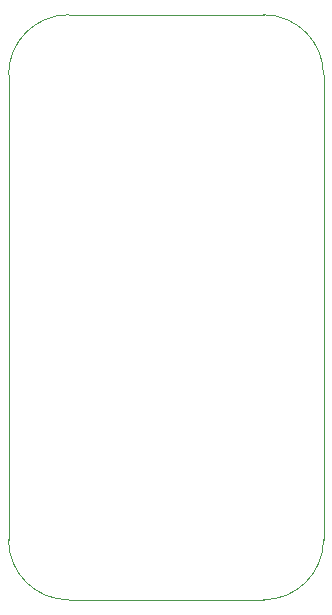
<source format=gm1>
%TF.GenerationSoftware,KiCad,Pcbnew,8.0.4*%
%TF.CreationDate,2024-08-13T19:00:47+02:00*%
%TF.ProjectId,Sound Clock,536f756e-6420-4436-9c6f-636b2e6b6963,rev?*%
%TF.SameCoordinates,Original*%
%TF.FileFunction,Profile,NP*%
%FSLAX46Y46*%
G04 Gerber Fmt 4.6, Leading zero omitted, Abs format (unit mm)*
G04 Created by KiCad (PCBNEW 8.0.4) date 2024-08-13 19:00:47*
%MOMM*%
%LPD*%
G01*
G04 APERTURE LIST*
%TA.AperFunction,Profile*%
%ADD10C,0.100000*%
%TD*%
G04 APERTURE END LIST*
D10*
%TO.C,J2*%
X86995000Y-57785000D02*
X86995000Y-97155000D01*
X108585000Y-52705000D02*
X92075000Y-52705000D01*
X108585000Y-102235000D02*
X92075000Y-102235000D01*
X113665000Y-97155000D02*
X113665000Y-57785000D01*
X86995000Y-57785000D02*
G75*
G02*
X92075000Y-52705000I5080002J-2D01*
G01*
X92075000Y-102235000D02*
G75*
G02*
X86995000Y-97155000I0J5080000D01*
G01*
X108585000Y-52705000D02*
G75*
G02*
X113665000Y-57785000I0J-5080000D01*
G01*
X113665000Y-97155000D02*
G75*
G02*
X108585000Y-102235000I-5080000J0D01*
G01*
%TD*%
M02*

</source>
